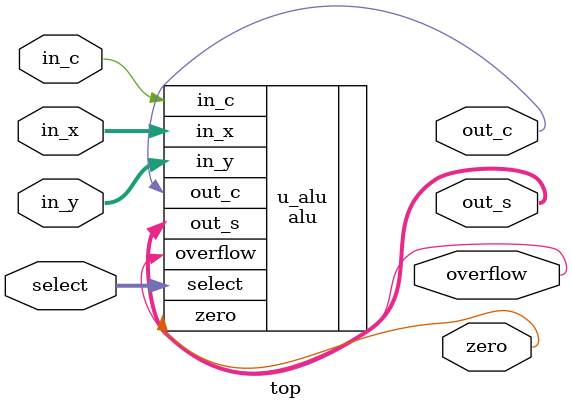
<source format=v>
module top(
        input [2:0] select,
        input in_c,
        input [3:0] in_x,
        input [3:0] in_y,
        output reg [3:0] out_s,
        output reg out_c,
        output reg zero,
        output reg overflow
    );

    alu u_alu(
            .select(select),
            .in_c(in_c),
            .in_x(in_x),
            .in_y(in_y),
            .out_s(out_s),
            .out_c(out_c),
            .zero(zero),
            .overflow(overflow)
        );

endmodule

</source>
